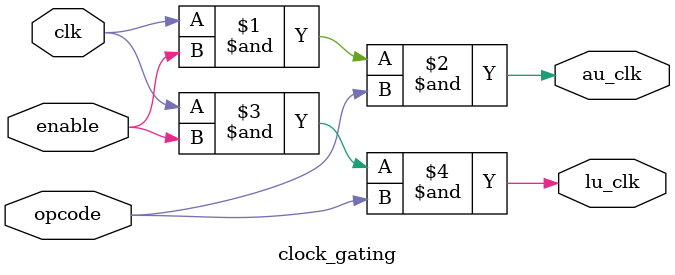
<source format=v>
`timescale 1ns / 1ps
module clock_gating(clk, enable, opcode, au_clk, lu_clk);
input clk;
input opcode;
input enable;
output au_clk;
output lu_clk;
wire enable, opcode, au_clk, lu_clk, clk;

assign au_clk = clk & enable & opcode;
assign lu_clk = clk & enable & opcode;

endmodule

</source>
